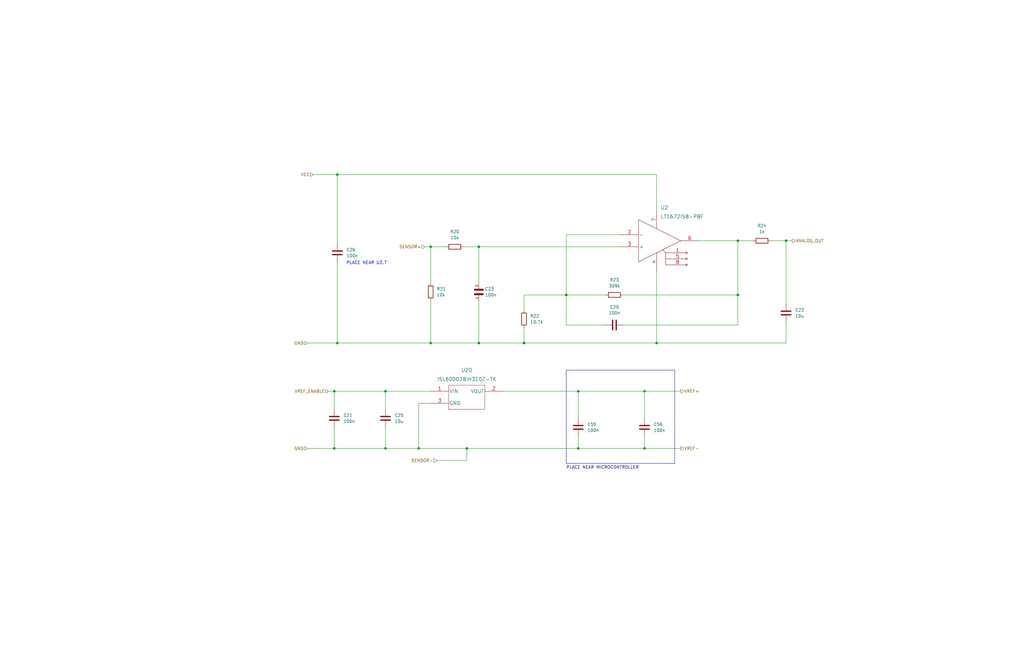
<source format=kicad_sch>
(kicad_sch (version 20230121) (generator eeschema)
  (paper "USLedger")
  (title_block (title "PCO2 Sensor Board") (rev "201") (company "Engineering") (comment 2 "Matt Casari") (comment 4 "DRAFT"))
  (lib_symbols
    (symbol "Device:C" (pin_numbers hide) (pin_names (offset 0.254))
      (property "Reference" "C" (at 0.635 2.54 0))
      (property "Value" "C" (at 0.635 -2.54 0))
      (symbol "C_0_1"
        (polyline (pts (xy -2.032 -0.762) (xy 2.032 -0.762)) (stroke (width 0.508)))
        (polyline (pts (xy -2.032 0.762) (xy 2.032 0.762)) (stroke (width 0.508)))
      )
      (symbol "C_1_1"
        (pin passive line (at 0 3.81 270) (length 2.794) (name "~") (number "1"))
        (pin passive line (at 0 -3.81 90) (length 2.794) (name "~") (number "2"))
      )
    )
    (symbol "Device:R" (pin_numbers hide) (pin_names (offset 0))
      (property "Reference" "R" (at 2.032 0 90))
      (property "Value" "R" (at 0 0 90))
      (symbol "R_0_1"
        (rectangle (start -1.016 -2.54) (end 1.016 2.54) (stroke (width 0.254)))
      )
      (symbol "R_1_1"
        (pin passive line (at 0 3.81 270) (length 1.27) (name "~") (number "1"))
        (pin passive line (at 0 -3.81 90) (length 1.27) (name "~") (number "2"))
      )
    )
    (symbol "pco2-sensor-board:C0805C104M5RACTU" (pin_names (offset 1.016) hide)
      (property "Reference" "C" (at 0 3.81 0))
      (property "Value" "C0805C104M5RACTU" (at 0 -5.08 0))
      (symbol "C0805C104M5RACTU_0_0"
        (rectangle (start 0 -1.905) (end 0.635 1.905) (fill (type outline)))
        (rectangle (start 1.905 -1.905) (end 2.54 1.905) (fill (type outline)))
        (pin passive line (at -2.54 0 0) (length 2.54) (name "~") (number "1"))
        (pin passive line (at 5.08 0 180) (length 2.54) (name "~") (number "2"))
      )
    )
    (symbol "pco2-sensor-board:ISL60002BIH310Z-TK" (pin_names (offset 0.254))
      (property "Reference" "U" (at 15.24 7.62 0))
      (property "Value" "ISL60002BIH310Z-TK" (at 15.24 5.08 0))
      (symbol "ISL60002BIH310Z-TK_1_1"
        (polyline (pts (xy 7.62 -7.62) (xy 22.86 -7.62)) (stroke (width 0.127)))
        (polyline (pts (xy 7.62 2.54) (xy 7.62 -7.62)) (stroke (width 0.127)))
        (polyline (pts (xy 22.86 -7.62) (xy 22.86 2.54)) (stroke (width 0.127)))
        (polyline (pts (xy 22.86 2.54) (xy 7.62 2.54)) (stroke (width 0.127)))
        (pin input line (at 0 0 0) (length 7.62) (name "VIN") (number "1"))
        (pin output line (at 30.48 0 180) (length 7.62) (name "VOUT") (number "2"))
        (pin power_in line (at 0 -5.08 0) (length 7.62) (name "GND") (number "3"))
      )
    )
    (symbol "pco2-sensor-board:LT1672IS8-PBF" (pin_names (offset 0.254))
      (property "Reference" "U" (at 17.78 5.08 0))
      (property "Value" "LT1672IS8-PBF" (at 17.78 2.54 0))
      (symbol "LT1672IS8-PBF_1_1"
        (polyline (pts (xy 19.05 -7.62) (xy 20.32 -7.62)))
        (polyline (pts (xy 20.32 -12.7) (xy 19.05 -12.7)))
        (polyline (pts (xy 20.32 -10.16) (xy 19.05 -10.16)))
        (polyline (pts (xy 17.78 -6.35) (xy 19.05 -7.62) (xy 19.05 -12.7)))
        (polyline (pts (xy 7.62 6.35) (xy 7.62 -11.43) (xy 25.4 -2.54) (xy 7.62 6.35)))
        (pin no_connect line (at 27.94 -7.62 180) (length 7.62) (name "~") (number "1"))
        (pin input line (at 0 0 0) (length 7.62) (name "-") (number "2"))
        (pin input line (at 0 -5.08 0) (length 7.62) (name "+") (number "3"))
        (pin power_in line (at 15.24 -15.24 90) (length 7.62) (name "~") (number "4"))
        (pin no_connect line (at 27.94 -10.16 180) (length 7.62) (name "~") (number "5"))
        (pin output line (at 33.02 -2.54 180) (length 7.62) (name "~") (number "6"))
        (pin power_in line (at 15.24 10.16 270) (length 7.62) (name "~") (number "7"))
        (pin no_connect line (at 27.94 -12.7 180) (length 7.62) (name "~") (number "8"))
      )
    )
  )
  (junction (at 331.47 101.6))
  (junction (at 181.61 144.78))
  (junction (at 140.97 189.23))
  (junction (at 162.56 165.1))
  (junction (at 271.78 165.1))
  (junction (at 142.24 144.78))
  (junction (at 196.85 189.23))
  (junction (at 176.53 189.23))
  (junction (at 201.93 104.14))
  (junction (at 311.15 101.6))
  (junction (at 271.78 189.23))
  (junction (at 276.86 144.78))
  (junction (at 243.84 189.23))
  (junction (at 140.97 165.1))
  (junction (at 181.61 104.14))
  (junction (at 243.84 165.1))
  (junction (at 238.76 124.46))
  (junction (at 142.24 73.66))
  (junction (at 311.15 124.46))
  (junction (at 220.98 144.78))
  (junction (at 162.56 189.23))
  (junction (at 201.93 144.78))
  (wire (pts (xy 162.56 189.23) (xy 176.53 189.23)))
  (wire (pts (xy 142.24 73.66) (xy 142.24 102.87)))
  (wire (pts (xy 201.93 144.78) (xy 220.98 144.78)))
  (wire (pts (xy 220.98 124.46) (xy 238.76 124.46)))
  (wire (pts (xy 243.84 189.23) (xy 243.84 184.15)))
  (wire (pts (xy 201.93 127) (xy 201.93 144.78)))
  (wire (pts (xy 184.15 194.31) (xy 196.85 194.31)))
  (wire (pts (xy 276.86 144.78) (xy 331.47 144.78)))
  (wire (pts (xy 162.56 165.1) (xy 181.61 165.1)))
  (wire (pts (xy 196.85 194.31) (xy 196.85 189.23)))
  (wire (pts (xy 271.78 184.15) (xy 271.78 189.23)))
  (wire (pts (xy 129.54 189.23) (xy 140.97 189.23)))
  (wire (pts (xy 331.47 101.6) (xy 334.01 101.6)))
  (wire (pts (xy 243.84 176.53) (xy 243.84 165.1)))
  (wire (pts (xy 311.15 137.16) (xy 311.15 124.46)))
  (polyline (pts (xy 238.76 195.58) (xy 284.48 195.58)))
  (polyline (pts (xy 284.48 156.21) (xy 238.76 156.21)))
  (wire (pts (xy 195.58 104.14) (xy 201.93 104.14)))
  (wire (pts (xy 142.24 73.66) (xy 276.86 73.66)))
  (wire (pts (xy 276.86 73.66) (xy 276.86 88.9)))
  (wire (pts (xy 162.56 172.72) (xy 162.56 165.1)))
  (wire (pts (xy 181.61 104.14) (xy 187.96 104.14)))
  (wire (pts (xy 140.97 165.1) (xy 162.56 165.1)))
  (wire (pts (xy 132.08 73.66) (xy 142.24 73.66)))
  (wire (pts (xy 220.98 138.43) (xy 220.98 144.78)))
  (wire (pts (xy 181.61 127) (xy 181.61 144.78)))
  (wire (pts (xy 201.93 104.14) (xy 201.93 119.38)))
  (wire (pts (xy 220.98 144.78) (xy 276.86 144.78)))
  (wire (pts (xy 262.89 124.46) (xy 311.15 124.46)))
  (wire (pts (xy 243.84 165.1) (xy 271.78 165.1)))
  (wire (pts (xy 201.93 104.14) (xy 261.62 104.14)))
  (wire (pts (xy 181.61 144.78) (xy 201.93 144.78)))
  (wire (pts (xy 140.97 165.1) (xy 140.97 172.72)))
  (polyline (pts (xy 284.48 195.58) (xy 284.48 156.21)))
  (wire (pts (xy 140.97 189.23) (xy 162.56 189.23)))
  (wire (pts (xy 243.84 189.23) (xy 271.78 189.23)))
  (wire (pts (xy 238.76 99.06) (xy 238.76 124.46)))
  (wire (pts (xy 238.76 124.46) (xy 238.76 137.16)))
  (wire (pts (xy 196.85 189.23) (xy 243.84 189.23)))
  (wire (pts (xy 181.61 104.14) (xy 181.61 119.38)))
  (wire (pts (xy 271.78 165.1) (xy 287.02 165.1)))
  (polyline (pts (xy 238.76 156.21) (xy 238.76 195.58)))
  (wire (pts (xy 179.07 104.14) (xy 181.61 104.14)))
  (wire (pts (xy 311.15 101.6) (xy 317.5 101.6)))
  (wire (pts (xy 294.64 101.6) (xy 311.15 101.6)))
  (wire (pts (xy 331.47 101.6) (xy 331.47 128.27)))
  (wire (pts (xy 255.27 137.16) (xy 238.76 137.16)))
  (wire (pts (xy 142.24 144.78) (xy 181.61 144.78)))
  (wire (pts (xy 238.76 124.46) (xy 255.27 124.46)))
  (wire (pts (xy 276.86 114.3) (xy 276.86 144.78)))
  (wire (pts (xy 220.98 124.46) (xy 220.98 130.81)))
  (wire (pts (xy 129.54 144.78) (xy 142.24 144.78)))
  (wire (pts (xy 140.97 180.34) (xy 140.97 189.23)))
  (wire (pts (xy 212.09 165.1) (xy 243.84 165.1)))
  (wire (pts (xy 311.15 101.6) (xy 311.15 124.46)))
  (wire (pts (xy 138.43 165.1) (xy 140.97 165.1)))
  (wire (pts (xy 176.53 170.18) (xy 176.53 189.23)))
  (wire (pts (xy 238.76 99.06) (xy 261.62 99.06)))
  (wire (pts (xy 331.47 135.89) (xy 331.47 144.78)))
  (wire (pts (xy 176.53 189.23) (xy 196.85 189.23)))
  (wire (pts (xy 162.56 189.23) (xy 162.56 180.34)))
  (wire (pts (xy 271.78 165.1) (xy 271.78 176.53)))
  (wire (pts (xy 262.89 137.16) (xy 311.15 137.16)))
  (wire (pts (xy 325.12 101.6) (xy 331.47 101.6)))
  (wire (pts (xy 142.24 110.49) (xy 142.24 144.78)))
  (wire (pts (xy 271.78 189.23) (xy 287.02 189.23)))
  (wire (pts (xy 176.53 170.18) (xy 181.61 170.18)))
  (text "PLACE NEAR U2.7" (at 146.05 111.76 0) (effects (font (size 1.27 1.27)) (justify left bottom)))
  (text "PLACE NEAR MICROCONTROLLER" (at 238.76 198.12 0) (effects (font (size 1.27 1.27)) (justify left bottom)))
  (hierarchical_label "VCC" (shape input) (at 132.08 73.66 180))
  (hierarchical_label "ANALOG_OUT" (shape output) (at 334.01 101.6 0))
  (hierarchical_label "VREF-" (shape output) (at 287.02 189.23 0))
  (hierarchical_label "VREF+" (shape output) (at 287.02 165.1 0))
  (hierarchical_label "SENSOR+" (shape input) (at 179.07 104.14 180))
  (hierarchical_label "GND" (shape input) (at 129.54 144.78 180))
  (hierarchical_label "GND" (shape input) (at 129.54 189.23 180))
  (hierarchical_label "VREF_ENABLE" (shape input) (at 138.43 165.1 180))
  (hierarchical_label "SENSOR-" (shape input) (at 184.15 194.31 180))
  (symbol (lib_id "Device:R") (at 220.98 134.62 0) (unit 1)
    (property "Reference" "R22" (at 223.52 133.3499 0) (effects (justify left)))
    (property "Value" "10.7k" (at 223.52 135.8899 0) (effects (justify left)))
    (property "Footprint" "Resistor_SMD:R_0805_2012Metric" (effects hide))
    (property "MPN" "CRCW080510K7FKEAC" (effects hide))
  )
  (symbol (lib_id "Device:C") (at 331.47 132.08 0) (unit 1)
    (property "Reference" "C22" (at 335.28 130.8099 0) (effects (justify left)))
    (property "Value" "10u" (at 335.28 133.3499 0) (effects (justify left)))
    (property "Footprint" "Capacitor_SMD:C_0805_2012Metric" (effects hide))
    (property "MPN" "CGA4J1X7R0J106K125AC" (effects hide))
  )
  (symbol (lib_id "Device:C") (at 271.78 180.34 0) (unit 1)
    (property "Reference" "C56" (at 275.59 179.0699 0) (effects (justify left)))
    (property "Value" "100n" (at 275.59 181.6099 0) (effects (justify left)))
    (property "Footprint" "Capacitor_SMD:C_0805_2012Metric" (effects hide))
    (property "MPN" "C0805R104J5RACTU" (effects hide))
  )
  (symbol (lib_id "Device:C") (at 243.84 180.34 0) (unit 1)
    (property "Reference" "C55" (at 247.65 179.0699 0) (effects (justify left)))
    (property "Value" "100n" (at 247.65 181.6099 0) (effects (justify left)))
    (property "Footprint" "Capacitor_SMD:C_0805_2012Metric" (effects hide))
    (property "MPN" "C0805R104J5RACTU" (effects hide))
  )
  (symbol (lib_id "pco2-sensor-board:LT1672IS8-PBF") (at 261.62 99.06 0) (unit 1)
    (property "Reference" "U2" (at 278.5111 87.63 0) (effects (font (size 1.524 1.524)) (justify left)))
    (property "Value" "LT1672IS8-PBF" (at 278.5111 91.44 0) (effects (font (size 1.524 1.524)) (justify left)))
    (property "Footprint" "pco2-sensor-board:LT1672IS8-PBF" (effects hide))
    (property "MPN" "LT1672IS8-PBF" (effects hide))
  )
  (symbol (lib_id "Device:C") (at 259.08 137.16 270) (unit 1)
    (property "Reference" "C20" (at 259.08 129.54 90))
    (property "Value" "100n" (at 259.08 132.08 90))
    (property "Footprint" "Capacitor_SMD:C_0805_2012Metric" (effects hide))
    (property "MPN" "C0805R104J5RACTU" (effects hide))
  )
  (symbol (lib_id "Device:C") (at 162.56 176.53 0) (unit 1)
    (property "Reference" "C25" (at 166.37 175.26 0) (effects (justify left)))
    (property "Value" "10u" (at 166.37 177.7999 0) (effects (justify left)))
    (property "Footprint" "Capacitor_SMD:C_0805_2012Metric" (effects hide))
    (property "MPN" "CGA4J1X7R0J106K125AC" (effects hide))
  )
  (symbol (lib_id "pco2-sensor-board:C0805C104M5RACTU") (at 201.93 124.46 90) (unit 1)
    (property "Reference" "C23" (at 204.47 121.9199 90) (effects (justify right)))
    (property "Value" "100n" (at 204.47 124.4599 90) (effects (justify right)))
    (property "Footprint" "pco2-sensor-board:CAPC2012X88N" (effects hide))
    (property "MPN" "C0805R104J5RACTU" (effects hide))
  )
  (symbol (lib_id "Device:C") (at 140.97 176.53 0) (unit 1)
    (property "Reference" "C21" (at 144.78 175.2599 0) (effects (justify left)))
    (property "Value" "100n" (at 144.78 177.7999 0) (effects (justify left)))
    (property "Footprint" "Capacitor_SMD:C_0805_2012Metric" (effects hide))
    (property "MPN" "C0805R104J5RACTU" (effects hide))
  )
  (symbol (lib_id "Device:R") (at 259.08 124.46 90) (unit 1)
    (property "Reference" "R23" (at 259.08 118.11 90))
    (property "Value" "309k" (at 259.08 120.65 90))
    (property "Footprint" "Resistor_SMD:R_0805_2012Metric" (effects hide))
    (property "MPN" "CRCW0805309KFKEA" (effects hide))
  )
  (symbol (lib_id "pco2-sensor-board:ISL60002BIH310Z-TK") (at 181.61 165.1 0) (unit 1)
    (property "Reference" "U20" (at 196.85 156.21 0) (effects (font (size 1.524 1.524))))
    (property "Value" "ISL60002BIH310Z-TK" (at 196.85 160.02 0) (effects (font (size 1.524 1.524))))
    (property "Footprint" "pco2-sensor-board:ISL60002BIH310Z-TK" (effects hide))
    (property "MPN" "ISL60002BIH310Z-TK" (effects hide))
  )
  (symbol (lib_id "Device:R") (at 191.77 104.14 90) (unit 1)
    (property "Reference" "R20" (at 191.77 97.79 90))
    (property "Value" "10k" (at 191.77 100.33 90))
    (property "Footprint" "Resistor_SMD:R_0805_2012Metric" (effects hide))
    (property "MPN" "CRCW080510K0FKEAC" (effects hide))
  )
  (symbol (lib_id "Device:R") (at 321.31 101.6 90) (unit 1)
    (property "Reference" "R24" (at 321.31 95.25 90))
    (property "Value" "1k" (at 321.31 97.79 90))
    (property "Footprint" "Resistor_SMD:R_0805_2012Metric" (effects hide))
    (property "MPN" "CRCW08051K00FKEAC" (effects hide))
  )
  (symbol (lib_id "Device:R") (at 181.61 123.19 0) (unit 1)
    (property "Reference" "R21" (at 184.15 121.9199 0) (effects (justify left)))
    (property "Value" "10k" (at 184.15 124.4599 0) (effects (justify left)))
    (property "Footprint" "Resistor_SMD:R_0805_2012Metric" (effects hide))
    (property "MPN" "CRCW080510K0FKEAC" (effects hide))
  )
  (symbol (lib_id "Device:C") (at 142.24 106.68 0) (unit 1)
    (property "Reference" "C26" (at 146.05 105.4099 0) (effects (justify left)))
    (property "Value" "100n" (at 146.05 107.9499 0) (effects (justify left)))
    (property "Footprint" "Capacitor_SMD:C_0805_2012Metric" (effects hide))
    (property "MPN" "C0805R104J5RACTU" (effects hide))
  )
)
</source>
